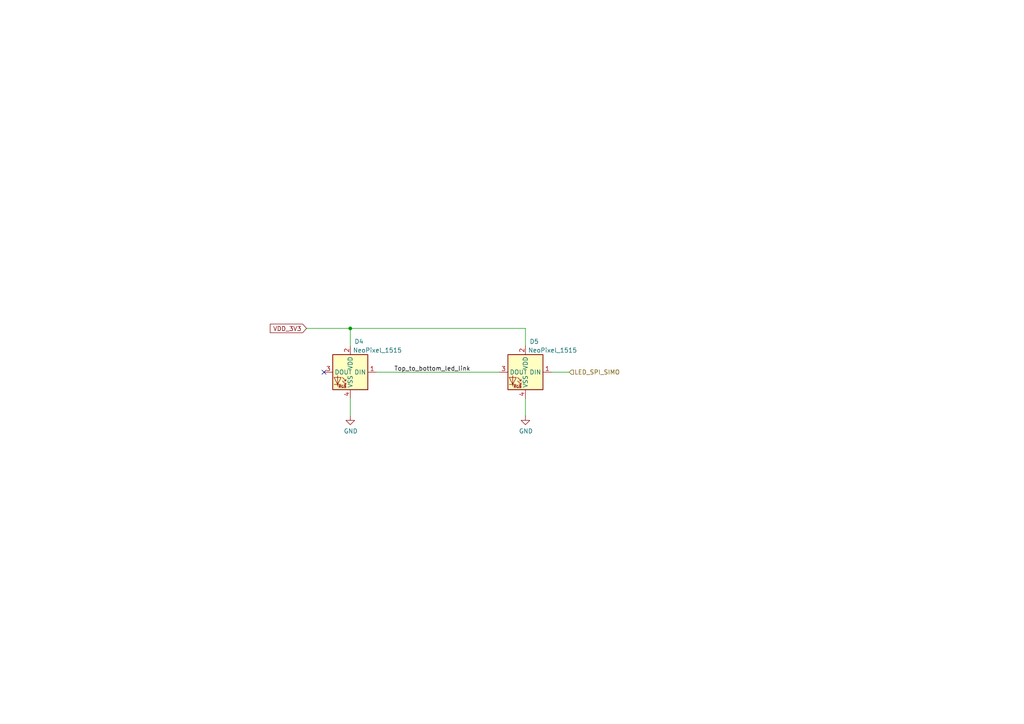
<source format=kicad_sch>
(kicad_sch (version 20231120) (generator "eeschema") (generator_version "8.0")
  (paper "A4")
  (title_block (title "Open MOtor DRiver Initiative  - Single Axis (OMODRI_SA)") (date "2024-11-08") (rev "1.0") (company "LAAS/CNRS"))
  (lib_symbols
    (symbol "omodri_lib:NeoPixel_1515_SK6805"
      (property "Reference" "D" (at 2.54 8.89 0))
      (property "Value" "NeoPixel_1515_SK6805" (at 12.7 6.35 0))
      (symbol "NeoPixel_1515_SK6805_0_0"
        (text "RGB" (at 2.286 -4.191 0) (effects (font (size 0.762 0.762))))
      )
      (symbol "NeoPixel_1515_SK6805_0_1"
        (polyline (pts (xy 1.27 -3.556) (xy 1.778 -3.556)))
        (polyline (pts (xy 1.27 -2.54) (xy 1.778 -2.54)))
        (polyline (pts (xy 4.699 -3.556) (xy 2.667 -3.556)))
        (polyline (pts (xy 2.286 -2.54) (xy 1.27 -3.556) (xy 1.27 -3.048)))
        (polyline (pts (xy 2.286 -1.524) (xy 1.27 -2.54) (xy 1.27 -2.032)))
        (polyline (pts (xy 3.683 -1.016) (xy 3.683 -3.556) (xy 3.683 -4.064)))
        (polyline (pts (xy 4.699 -1.524) (xy 2.667 -1.524) (xy 3.683 -3.556) (xy 4.699 -1.524)))
        (rectangle (start 5.08 5.08) (end -5.08 -5.08) (stroke (width 0.254)) (fill (type background)))
      )
      (symbol "NeoPixel_1515_SK6805_1_1"
        (pin input line (at -7.62 0 0) (length 2.54) (name "DIN") (number "1"))
        (pin power_in line (at 0 7.62 270) (length 2.54) (name "VDD") (number "2"))
        (pin output line (at 7.62 0 180) (length 2.54) (name "DOUT") (number "3"))
        (pin power_in line (at 0 -7.62 90) (length 2.54) (name "VSS") (number "4"))
      )
    )
    (symbol "power:GND" (power) (pin_numbers hide) (pin_names (offset 0) hide)
      (property "Value" "GND" (at 0 -3.81 0))
      (symbol "GND_0_1"
        (polyline (pts (xy 0 0) (xy 0 -1.27) (xy 1.27 -1.27) (xy 0 -2.54) (xy -1.27 -1.27) (xy 0 -1.27)))
      )
      (symbol "GND_1_1"
        (pin power_in line (at 0 0 270) (length 0) (name "~") (number "1"))
      )
    )
  )
  (junction (at 101.6 95.25))
  (no_connect (at 93.98 107.95))
  (wire (pts (xy 101.6 95.25) (xy 101.6 100.33)))
  (wire (pts (xy 109.22 107.95) (xy 144.78 107.95)))
  (wire (pts (xy 160.02 107.95) (xy 165.1 107.95)))
  (wire (pts (xy 101.6 120.65) (xy 101.6 115.57)))
  (wire (pts (xy 88.9 95.25) (xy 101.6 95.25)))
  (wire (pts (xy 152.4 120.65) (xy 152.4 115.57)))
  (wire (pts (xy 152.4 95.25) (xy 152.4 100.33)))
  (wire (pts (xy 101.6 95.25) (xy 152.4 95.25)))
  (label "Top_to_bottom_led_link" (at 114.3 107.95 0))
  (global_label "VDD_3V3" (shape input) (at 88.9 95.25 180) (property "Intersheetrefs" "${INTERSHEET_REFS}" (effects (hide yes))) (property "Références Inter-Feuilles" "${INTERSHEET_REFS}" (effects (hide yes))))
  (hierarchical_label "LED_SPI_SIMO" (shape input) (at 165.1 107.95 0))
  (symbol (lib_id "power:GND") (at 101.6 120.65 0) (unit 1)
    (property "Reference" "#PWR097" (effects (hide yes)))
    (property "Value" "GND" (at 101.727 125.0442 0))
    (property "Description" "Power symbol creates a global label with name \"GND\" , ground" (effects (hide yes)))
  )
  (symbol (lib_id "omodri_lib:NeoPixel_1515_SK6805") (at 152.4 107.95 0) (mirror y) (unit 1)
    (property "Reference" "D5" (at 154.94 99.06 0))
    (property "Value" "NeoPixel_1515" (at 160.274 101.6 0))
    (property "Footprint" "udriver3:NeoPixel_SK6805_1.5x1.5mm" (effects (hide yes)))
    (property "Datasheet" "https://cdn-shop.adafruit.com/product-files/4492/Datasheet.pdf" (effects (hide yes)))
    (property "Description" "0606, NeoPixel Addressable LED (1.5mm x 1.5mm)" (effects (hide yes)))
    (property "DigiKey" "1528-4492-ND" (effects (hide yes)))
    (property "Mouser" "485-4492" (effects (hide yes)))
    (property "Part No" "SK6805-EC15" (effects (hide yes)))
    (property "LCSC" "C17701801" (effects (hide yes)))
    (property "Manufacturer" "IPIXEL LED LIGHT CO " (effects (hide yes)))
    (property "Assembling" "SMD" (effects (hide yes)))
  )
  (symbol (lib_id "power:GND") (at 152.4 120.65 0) (unit 1)
    (property "Reference" "#PWR098" (effects (hide yes)))
    (property "Value" "GND" (at 152.527 125.0442 0))
    (property "Description" "Power symbol creates a global label with name \"GND\" , ground" (effects (hide yes)))
  )
  (symbol (lib_id "omodri_lib:NeoPixel_1515_SK6805") (at 101.6 107.95 0) (mirror y) (unit 1)
    (property "Reference" "D4" (at 104.14 99.06 0))
    (property "Value" "NeoPixel_1515" (at 109.474 101.6 0))
    (property "Footprint" "udriver3:NeoPixel_SK6805_1.5x1.5mm" (effects (hide yes)))
    (property "Datasheet" "https://cdn-shop.adafruit.com/product-files/4492/Datasheet.pdf" (effects (hide yes)))
    (property "Description" "0606, NeoPixel Addressable LED (1.5mm x 1.5mm)" (effects (hide yes)))
    (property "DigiKey" "1528-4492-ND" (effects (hide yes)))
    (property "Mouser" "485-4492" (effects (hide yes)))
    (property "Part No" "SK6805-EC15" (effects (hide yes)))
    (property "LCSC" "C17701801" (effects (hide yes)))
    (property "Manufacturer" "IPIXEL LED LIGHT CO " (effects (hide yes)))
    (property "Assembling" "SMD" (effects (hide yes)))
  )
)
</source>
